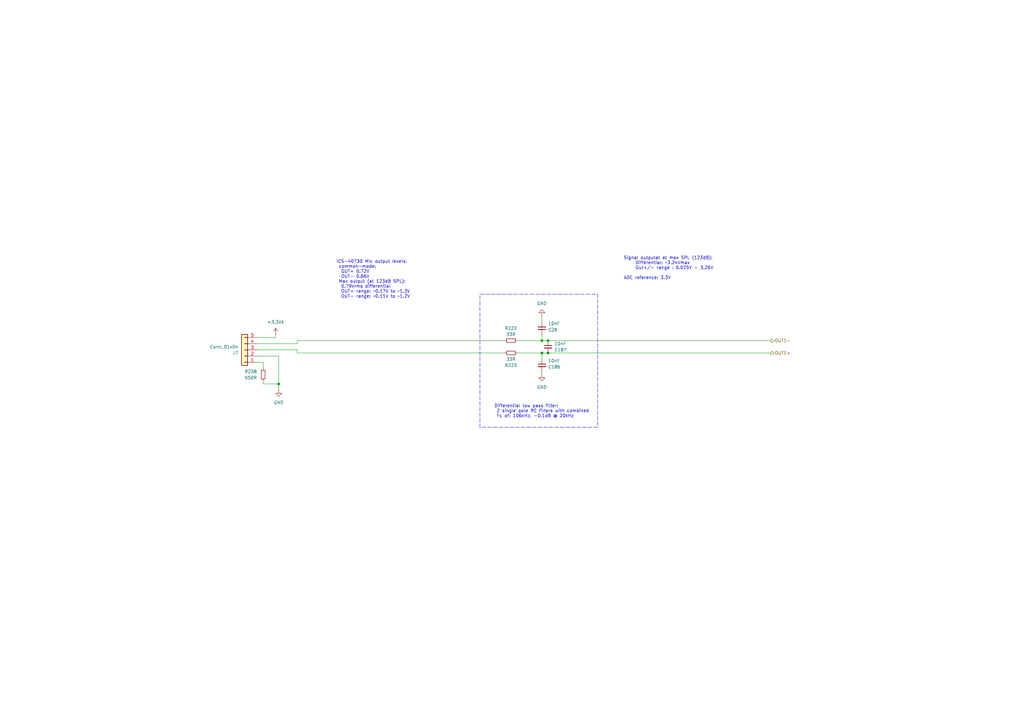
<source format=kicad_sch>
(kicad_sch (version 20231120) (generator "eeschema") (generator_version "8.0")
  (paper "A3")
  (title_block (title "Sound Compass POC") (date "2024-03-23") (rev "A") (company "Josh Berry") (comment 1 "JBRRY"))
  (lib_symbols
    (symbol "Connector_Generic:Conn_01x05" (pin_names (offset 1.016) hide)
      (property "Reference" "J" (at 0 7.62 0))
      (property "Value" "Conn_01x05" (at 0 -7.62 0))
      (symbol "Conn_01x05_1_1"
        (rectangle (start -1.27 -4.953) (end 0 -5.207) (stroke (width 0.1524)))
        (rectangle (start -1.27 -2.413) (end 0 -2.667) (stroke (width 0.1524)))
        (rectangle (start -1.27 0.127) (end 0 -0.127) (stroke (width 0.1524)))
        (rectangle (start -1.27 2.667) (end 0 2.413) (stroke (width 0.1524)))
        (rectangle (start -1.27 5.207) (end 0 4.953) (stroke (width 0.1524)))
        (rectangle (start -1.27 6.35) (end 1.27 -6.35) (stroke (width 0.254)) (fill (type background)))
        (pin passive line (at -5.08 5.08 0) (length 3.81) (name "Pin_1") (number "1"))
        (pin passive line (at -5.08 2.54 0) (length 3.81) (name "Pin_2") (number "2"))
        (pin passive line (at -5.08 0 0) (length 3.81) (name "Pin_3") (number "3"))
        (pin passive line (at -5.08 -2.54 0) (length 3.81) (name "Pin_4") (number "4"))
        (pin passive line (at -5.08 -5.08 0) (length 3.81) (name "Pin_5") (number "5"))
      )
    )
    (symbol "Device:C_Small" (pin_numbers hide) (pin_names (offset 0.254) hide)
      (property "Reference" "C" (at 0.254 1.778 0))
      (property "Value" "C_Small" (at 0.254 -2.032 0))
      (symbol "C_Small_0_1"
        (polyline (pts (xy -1.524 -0.508) (xy 1.524 -0.508)) (stroke (width 0.3302)))
        (polyline (pts (xy -1.524 0.508) (xy 1.524 0.508)) (stroke (width 0.3048)))
      )
      (symbol "C_Small_1_1"
        (pin passive line (at 0 2.54 270) (length 2.032) (name "~") (number "1"))
        (pin passive line (at 0 -2.54 90) (length 2.032) (name "~") (number "2"))
      )
    )
    (symbol "Device:R_Small" (pin_numbers hide) (pin_names (offset 0.254) hide)
      (property "Reference" "R" (at 0.762 0.508 0))
      (property "Value" "R_Small" (at 0.762 -1.016 0))
      (symbol "R_Small_0_1"
        (rectangle (start -0.762 1.778) (end 0.762 -1.778) (stroke (width 0.2032)))
      )
      (symbol "R_Small_1_1"
        (pin passive line (at 0 2.54 270) (length 0.762) (name "~") (number "1"))
        (pin passive line (at 0 -2.54 90) (length 0.762) (name "~") (number "2"))
      )
    )
    (symbol "power:+3.3VA" (power) (pin_numbers hide) (pin_names (offset 0) hide)
      (property "Value" "+3.3VA" (at 0 3.556 0))
      (symbol "+3.3VA_0_1"
        (polyline (pts (xy -0.762 1.27) (xy 0 2.54)))
        (polyline (pts (xy 0 0) (xy 0 2.54)))
        (polyline (pts (xy 0 2.54) (xy 0.762 1.27)))
      )
      (symbol "+3.3VA_1_1"
        (pin power_in line (at 0 0 90) (length 0) (name "~") (number "1"))
      )
    )
    (symbol "power:GND" (power) (pin_names (offset 0))
      (property "Value" "GND" (at 0 -3.81 0))
      (symbol "GND_0_1"
        (polyline (pts (xy 0 0) (xy 0 -1.27) (xy 1.27 -1.27) (xy 0 -2.54) (xy -1.27 -1.27) (xy 0 -1.27)))
      )
      (symbol "GND_1_1"
        (pin power_in line (at 0 0 270) (length 0) hide (name "GND") (number "1"))
      )
    )
  )
  (junction (at 222.25 144.78))
  (junction (at 224.79 144.78))
  (junction (at 222.25 139.7))
  (junction (at 224.79 139.7))
  (junction (at 114.3 157.48))
  (wire (pts (xy 121.92 139.7) (xy 121.92 140.97)))
  (wire (pts (xy 212.09 139.7) (xy 222.25 139.7)))
  (wire (pts (xy 121.92 144.78) (xy 121.92 143.51)))
  (wire (pts (xy 114.3 146.05) (xy 114.3 157.48)))
  (wire (pts (xy 105.41 138.43) (xy 113.03 138.43)))
  (wire (pts (xy 105.41 148.59) (xy 107.95 148.59)))
  (wire (pts (xy 224.79 144.78) (xy 316.23 144.78)))
  (wire (pts (xy 207.01 144.78) (xy 121.92 144.78)))
  (wire (pts (xy 113.03 138.43) (xy 113.03 137.16)))
  (wire (pts (xy 222.25 147.32) (xy 222.25 144.78)))
  (wire (pts (xy 222.25 139.7) (xy 222.25 137.16)))
  (wire (pts (xy 222.25 129.54) (xy 222.25 132.08)))
  (wire (pts (xy 105.41 143.51) (xy 121.92 143.51)))
  (wire (pts (xy 107.95 148.59) (xy 107.95 151.13)))
  (wire (pts (xy 107.95 157.48) (xy 114.3 157.48)))
  (wire (pts (xy 207.01 139.7) (xy 121.92 139.7)))
  (wire (pts (xy 105.41 140.97) (xy 121.92 140.97)))
  (wire (pts (xy 212.09 144.78) (xy 222.25 144.78)))
  (wire (pts (xy 224.79 139.7) (xy 316.23 139.7)))
  (wire (pts (xy 222.25 153.67) (xy 222.25 152.4)))
  (wire (pts (xy 107.95 156.21) (xy 107.95 157.48)))
  (wire (pts (xy 114.3 157.48) (xy 114.3 160.02)))
  (wire (pts (xy 105.41 146.05) (xy 114.3 146.05)))
  (wire (pts (xy 222.25 144.78) (xy 224.79 144.78)))
  (wire (pts (xy 222.25 139.7) (xy 224.79 139.7)))
  (rectangle (start 196.85 120.65) (end 245.11 175.26) (stroke (width 0) (type dash)))
  (text "ICS-40730 Mic output levels:\n common-mode:\n  OUT+ 0.72V\n  OUT- 0.66V\n Max output (at 123dB SPL):\n  0.79Vrms differential\n  OUT+ range: ~0.17V to ~1.3V\n  OUT- range: ~0.11V to ~1.2V" (at 137.922 122.428 0) (effects (font (size 1.27 1.27)) (justify left bottom)))
  (text "Signal outputat at max SPL (123dB):\n	Differential: ~3.24Vmax\n	Out+/- range : 0.025V - 3.26V\n\nADC reference: 3.3V" (at 255.778 114.808 0) (effects (font (size 1.27 1.27)) (justify left bottom)))
  (text "Differential low pass filter:\n 2 single pole RC filters with combined \n Fc of: 106kHz, -0.1dB @ 20kHz" (at 202.692 171.45 0) (effects (font (size 1.27 1.27)) (justify left bottom)))
  (hierarchical_label "OUT1-" (shape output) (at 316.23 139.7 0))
  (hierarchical_label "OUT1+" (shape output) (at 316.23 144.78 0))
  (symbol (lib_id "Connector_Generic:Conn_01x05") (at 100.33 143.51 180) (unit 1)
    (property "Reference" "J7" (at 97.79 144.7801 0) (effects (justify left)))
    (property "Value" "Conn_01x04" (at 97.79 142.2401 0) (effects (justify left)))
    (property "Footprint" "Connector_Molex:Molex_PicoBlade_53047-0510_1x05_P1.25mm_Vertical" (effects (hide yes)))
    (property "Description" "Generic connector, single row, 01x05, script generated (kicad-library-utils/schlib/autogen/connector/)" (effects (hide yes)))
    (instances (project "mic-test-pcb" (path "" (reference "J7") (unit 1)) (path "" (reference "J8") (unit 1)) (path "" (reference "J9") (unit 1))))
  )
  (symbol (lib_id "Device:R_Small") (at 209.55 144.78 90) (mirror x) (unit 1)
    (property "Reference" "R223" (at 209.55 149.86 90))
    (property "Value" "33R" (at 209.55 147.32 90))
    (property "Footprint" "Resistor_SMD:R_0603_1608Metric" (effects (hide yes)))
    (instances (project "mic-test-pcb" (path "" (reference "R223") (unit 1)) (path "" (reference "R6") (unit 1)) (path "" (reference "R9") (unit 1))))
  )
  (symbol (lib_id "Device:C_Small") (at 224.79 142.24 0) (mirror y) (unit 1)
    (property "Reference" "C187" (at 227.33 143.5165 0) (effects (justify right)))
    (property "Value" "10nF" (at 227.33 140.9765 0) (effects (justify right)))
    (property "Footprint" "Capacitor_SMD:C_0603_1608Metric" (effects (hide yes)))
    (property "Supplier" "Digi-Key" (effects (hide yes)))
    (instances (project "mic-test-pcb" (path "" (reference "C187") (unit 1)) (path "" (reference "C27") (unit 1)) (path "" (reference "C30") (unit 1))))
  )
  (symbol (lib_id "power:GND") (at 114.3 160.02 0) (unit 1)
    (property "Reference" "#PWR0116" (effects (hide yes)))
    (property "Value" "GND" (at 114.3 165.1 0))
    (instances (project "mic-test-pcb" (path "" (reference "#PWR0116") (unit 1)) (path "" (reference "#PWR022") (unit 1)) (path "" (reference "#PWR053") (unit 1))))
  )
  (symbol (lib_id "Device:C_Small") (at 222.25 149.86 0) (mirror y) (unit 1)
    (property "Reference" "C186" (at 224.79 150.5014 0) (effects (justify right)))
    (property "Value" "10nF" (at 224.79 147.9614 0) (effects (justify right)))
    (property "Footprint" "Capacitor_SMD:C_0603_1608Metric" (effects (hide yes)))
    (property "Supplier" "Digi-Key" (effects (hide yes)))
    (instances (project "mic-test-pcb" (path "" (reference "C186") (unit 1)) (path "" (reference "C20") (unit 1)) (path "" (reference "C29") (unit 1))))
  )
  (symbol (lib_id "power:+3.3VA") (at 113.03 137.16 0) (unit 1)
    (property "Reference" "#PWR020" (effects (hide yes)))
    (property "Value" "+3.3VA" (at 113.03 132.08 0))
    (property "Description" "Power symbol creates a global label with name \"+3.3VA\"" (effects (hide yes)))
    (instances (project "mic-test-pcb" (path "" (reference "#PWR020") (unit 1)) (path "" (reference "#PWR021") (unit 1)) (path "" (reference "#PWR027") (unit 1))))
  )
  (symbol (lib_id "power:GND") (at 222.25 129.54 180) (unit 1)
    (property "Reference" "#PWR086" (effects (hide yes)))
    (property "Value" "GND" (at 222.25 124.46 0))
    (instances (project "mic-test-pcb" (path "" (reference "#PWR086") (unit 1)) (path "" (reference "#PWR023") (unit 1)) (path "" (reference "#PWR054") (unit 1))))
  )
  (symbol (lib_id "Device:R_Small") (at 209.55 139.7 90) (unit 1)
    (property "Reference" "R222" (at 209.55 134.62 90))
    (property "Value" "33R" (at 209.55 137.16 90))
    (property "Footprint" "Resistor_SMD:R_0603_1608Metric" (effects (hide yes)))
    (instances (project "mic-test-pcb" (path "" (reference "R222") (unit 1)) (path "" (reference "R5") (unit 1)) (path "" (reference "R8") (unit 1))))
  )
  (symbol (lib_id "Device:C_Small") (at 222.25 134.62 0) (mirror y) (unit 1)
    (property "Reference" "C26" (at 224.79 135.2614 0) (effects (justify right)))
    (property "Value" "10nF" (at 224.79 132.7214 0) (effects (justify right)))
    (property "Footprint" "Capacitor_SMD:C_0603_1608Metric" (effects (hide yes)))
    (property "Supplier" "Digi-Key" (effects (hide yes)))
    (instances (project "mic-test-pcb" (path "" (reference "C26") (unit 1)) (path "" (reference "C18") (unit 1)) (path "" (reference "C28") (unit 1))))
  )
  (symbol (lib_id "power:GND") (at 222.25 153.67 0) (unit 1)
    (property "Reference" "#PWR028" (effects (hide yes)))
    (property "Value" "GND" (at 222.25 158.75 0))
    (instances (project "mic-test-pcb" (path "" (reference "#PWR028") (unit 1)) (path "" (reference "#PWR025") (unit 1)) (path "" (reference "#PWR055") (unit 1))))
  )
  (symbol (lib_id "Device:R_Small") (at 107.95 153.67 180) (unit 1)
    (property "Reference" "R238" (at 105.41 152.3999 0) (effects (justify left)))
    (property "Value" "550R" (at 105.41 154.9399 0) (effects (justify left)))
    (property "Footprint" "Resistor_SMD:R_0603_1608Metric" (effects (hide yes)))
    (instances (project "mic-test-pcb" (path "" (reference "R238") (unit 1)) (path "" (reference "R3") (unit 1)) (path "" (reference "R7") (unit 1))))
  )
)
</source>
